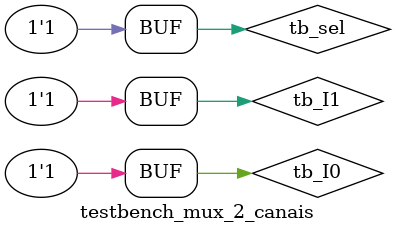
<source format=v>
/*
Projeto: testbench
Dupla: Pedro Augusto, Tulio Horta
Data: 03/11
*/

module testbench_mux_2_canais;
// Nao tem input e output

// Canais de entrada
reg tb_I0, tb_I1;

// Entrada de selecao
reg tb_sel;

wire tb_s_out;

parameter stop_time = 1000;

mux_2canais dut (tb_I0, tb_I1, tb_sel, tb_s_out);

initial
begin
	repeat(3)
	begin
		tb_sel = 0; tb_I0 = 0; tb_I1 = 0;
	#10 
		tb_sel = 0; tb_I0 = 1; tb_I1 = 0;
	#10 
		tb_sel = 0; tb_I0 = 0; tb_I1 = 1;
	#10 
		tb_sel = 0; tb_I0 = 1; tb_I1 = 1;
	#10 
		tb_sel = 1; tb_I0 = 0; tb_I1 = 0;
	#10 
		tb_sel = 1; tb_I0 = 1; tb_I1 = 0;
	#10 
		tb_sel = 1; tb_I0 = 0; tb_I1 = 1;
	#10 
		tb_sel = 1; tb_I0 = 1; tb_I1 = 1;
	#10;
	end
end

endmodule


</source>
